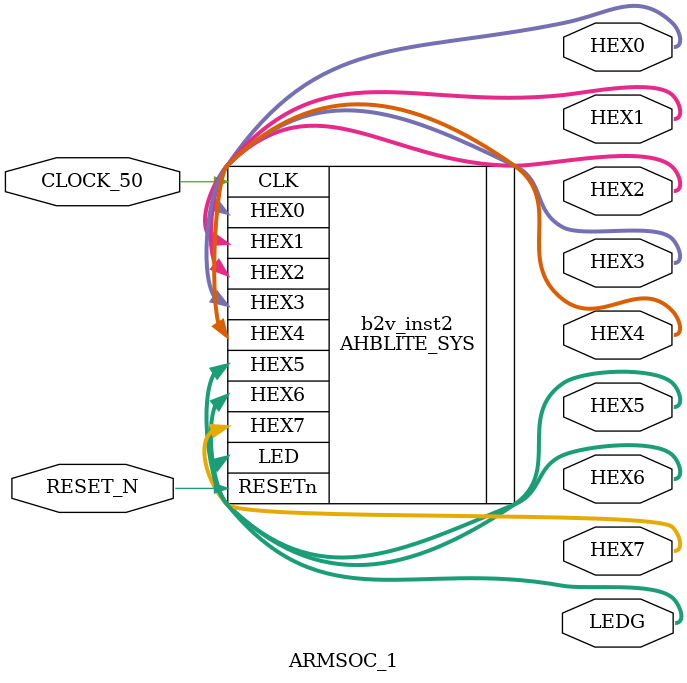
<source format=v>


module ARMSOC_1(
	CLOCK_50,
	RESET_N,
	LEDG,
	HEX0,
	HEX1,
	HEX2,
	HEX3,
	HEX4,
	HEX5,
	HEX6,
	HEX7
);

input wire	CLOCK_50;
input wire	RESET_N;
output wire	[8:0] LEDG;
output wire	[6:0] HEX0;
output wire	[6:0] HEX1;
output wire	[6:0] HEX2;
output wire	[6:0] HEX3;
output wire	[6:0] HEX4;
output wire	[6:0] HEX5;
output wire	[6:0] HEX6;
output wire	[6:0] HEX7;



AHBLITE_SYS	b2v_inst2(
	.CLK(CLOCK_50),
	.RESETn(RESET_N),
	.LED(LEDG),
	.HEX0(HEX0),
	.HEX1(HEX1),
	.HEX2(HEX2),
	.HEX3(HEX3),
	.HEX4(HEX4),
	.HEX5(HEX5),
	.HEX6(HEX6),
	.HEX7(HEX7));
	
	

endmodule
</source>
